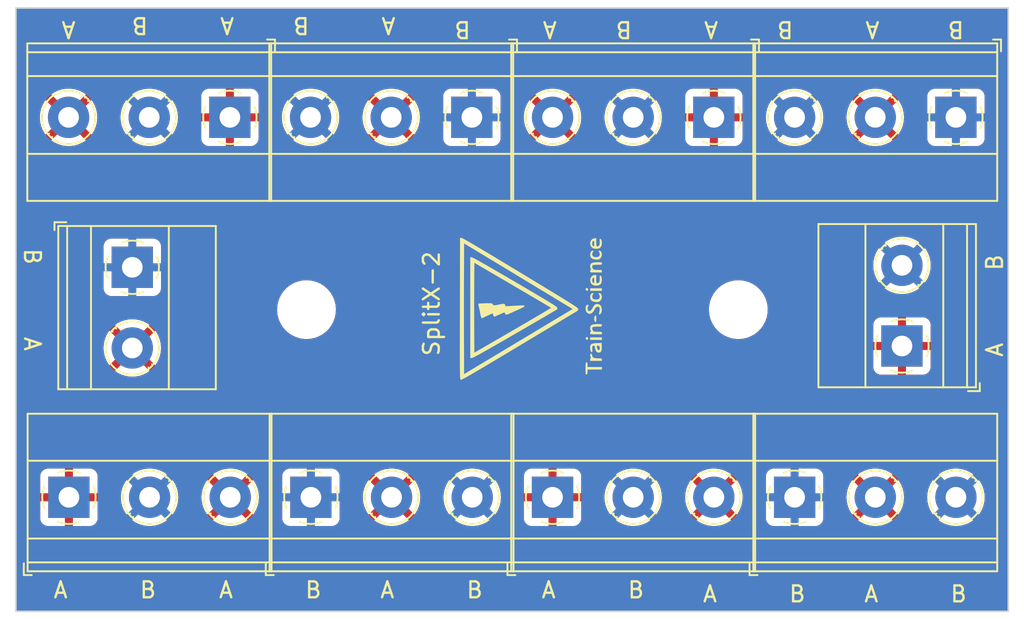
<source format=kicad_pcb>
(kicad_pcb (version 20221018) (generator pcbnew)
  (layers (0 "F.Cu" signal) (31 "B.Cu" signal) (34 "B.Paste" user) (35 "F.Paste" user) (36 "B.SilkS" user "B.Silkscreen") (37 "F.SilkS" user "F.Silkscreen") (38 "B.Mask" user) (39 "F.Mask" user) (44 "Edge.Cuts" user))
  (net 0 "")
  (net 1 "B")
  (net 2 "A")
  (footprint "TerminalBlock_Phoenix:TerminalBlock_Phoenix_MKDS-1,5-3-5.08_1x03_P5.08mm_Horizontal" (layer "F.Cu") (at 220.218 43.891 180)
    (fp_text reference "J5" hide)
    (fp_text value "Screw_Terminal_01x03")
    (fp_line (start -2.84 4.16) (end -2.84 4.9) (stroke (width 0.12)) (layer "F.SilkS"))
    (fp_line (start -2.84 4.9) (end -2.34 4.9) (stroke (width 0.12)) (layer "F.SilkS"))
    (fp_line (start -2.6 -5.261) (end -2.6 4.66) (stroke (width 0.12)) (layer "F.SilkS"))
    (fp_line (start -2.6 -5.261) (end 12.76 -5.261) (stroke (width 0.12)) (layer "F.SilkS"))
    (fp_line (start -2.6 -2.301) (end 12.76 -2.301) (stroke (width 0.12)) (layer "F.SilkS"))
    (fp_line (start -2.6 2.6) (end 12.76 2.6) (stroke (width 0.12)) (layer "F.SilkS"))
    (fp_line (start -2.6 4.1) (end 12.76 4.1) (stroke (width 0.12)) (layer "F.SilkS"))
    (fp_line (start -2.6 4.66) (end 12.76 4.66) (stroke (width 0.12)) (layer "F.SilkS"))
    (fp_line (start 3.853 1.023) (end 3.806 1.069) (stroke (width 0.12)) (layer "F.SilkS"))
    (fp_line (start 4.046 1.239) (end 4.011 1.274) (stroke (width 0.12)) (layer "F.SilkS"))
    (fp_line (start 6.15 -1.275) (end 6.115 -1.239) (stroke (width 0.12)) (layer "F.SilkS"))
    (fp_line (start 6.355 -1.069) (end 6.308 -1.023) (stroke (width 0.12)) (layer "F.SilkS"))
    (fp_line (start 8.933 1.023) (end 8.886 1.069) (stroke (width 0.12)) (layer "F.SilkS"))
    (fp_line (start 9.126 1.239) (end 9.091 1.274) (stroke (width 0.12)) (layer "F.SilkS"))
    (fp_line (start 11.23 -1.275) (end 11.195 -1.239) (stroke (width 0.12)) (layer "F.SilkS"))
    (fp_line (start 11.435 -1.069) (end 11.388 -1.023) (stroke (width 0.12)) (layer "F.SilkS"))
    (fp_line (start 12.76 -5.261) (end 12.76 4.66) (stroke (width 0.12)) (layer "F.SilkS"))
    (fp_arc (start -1.535427 0.683042) (mid -1.680501 -0.000524) (end -1.535 -0.684) (stroke (width 0.12)) (layer "F.SilkS"))
    (fp_arc (start -0.683042 -1.535427) (mid 0.000524 -1.680501) (end 0.684 -1.535) (stroke (width 0.12)) (layer "F.SilkS"))
    (fp_arc (start 0.028805 1.680253) (mid -0.335551 1.646659) (end -0.684 1.535) (stroke (width 0.12)) (layer "F.SilkS"))
    (fp_arc (start 0.683318 1.534756) (mid 0.349292 1.643288) (end 0 1.68) (stroke (width 0.12)) (layer "F.SilkS"))
    (fp_arc (start 1.535427 -0.683042) (mid 1.680501 0.000524) (end 1.535 0.684) (stroke (width 0.12)) (layer "F.SilkS"))
    (fp_circle (center 5.08 0) (end 6.76 0) (stroke (width 0.12)) (fill none) (layer "F.SilkS"))
    (fp_circle (center 10.16 0) (end 11.84 0) (stroke (width 0.12)) (fill none) (layer "F.SilkS"))
    (pad "1" thru_hole rect (at 0 0 180) (size 2.6 2.6) (drill 1.3) (layers "*.Cu" "*.Mask") (net 1 "B"))
    (pad "2" thru_hole circle (at 5.08 0 180) (size 2.6 2.6) (drill 1.3) (layers "*.Cu" "*.Mask") (net 2 "A"))
    (pad "3" thru_hole circle (at 10.16 0 180) (size 2.6 2.6) (drill 1.3) (layers "*.Cu" "*.Mask") (net 1 "B"))
  )
  (footprint "TerminalBlock_Phoenix:TerminalBlock_Phoenix_MKDS-1,5-3-5.08_1x03_P5.08mm_Horizontal" (layer "F.Cu") (at 210.08 67.818)
    (fp_text reference "Je" hide)
    (fp_text value "Screw_Terminal_01x03")
    (fp_line (start -2.84 4.16) (end -2.84 4.9) (stroke (width 0.12)) (layer "F.SilkS"))
    (fp_line (start -2.84 4.9) (end -2.34 4.9) (stroke (width 0.12)) (layer "F.SilkS"))
    (fp_line (start -2.6 -5.261) (end -2.6 4.66) (stroke (width 0.12)) (layer "F.SilkS"))
    (fp_line (start -2.6 -5.261) (end 12.76 -5.261) (stroke (width 0.12)) (layer "F.SilkS"))
    (fp_line (start -2.6 -2.301) (end 12.76 -2.301) (stroke (width 0.12)) (layer "F.SilkS"))
    (fp_line (start -2.6 2.6) (end 12.76 2.6) (stroke (width 0.12)) (layer "F.SilkS"))
    (fp_line (start -2.6 4.1) (end 12.76 4.1) (stroke (width 0.12)) (layer "F.SilkS"))
    (fp_line (start -2.6 4.66) (end 12.76 4.66) (stroke (width 0.12)) (layer "F.SilkS"))
    (fp_line (start 3.853 1.023) (end 3.806 1.069) (stroke (width 0.12)) (layer "F.SilkS"))
    (fp_line (start 4.046 1.239) (end 4.011 1.274) (stroke (width 0.12)) (layer "F.SilkS"))
    (fp_line (start 6.15 -1.275) (end 6.115 -1.239) (stroke (width 0.12)) (layer "F.SilkS"))
    (fp_line (start 6.355 -1.069) (end 6.308 -1.023) (stroke (width 0.12)) (layer "F.SilkS"))
    (fp_line (start 8.933 1.023) (end 8.886 1.069) (stroke (width 0.12)) (layer "F.SilkS"))
    (fp_line (start 9.126 1.239) (end 9.091 1.274) (stroke (width 0.12)) (layer "F.SilkS"))
    (fp_line (start 11.23 -1.275) (end 11.195 -1.239) (stroke (width 0.12)) (layer "F.SilkS"))
    (fp_line (start 11.435 -1.069) (end 11.388 -1.023) (stroke (width 0.12)) (layer "F.SilkS"))
    (fp_line (start 12.76 -5.261) (end 12.76 4.66) (stroke (width 0.12)) (layer "F.SilkS"))
    (fp_arc (start -1.535427 0.683042) (mid -1.680501 -0.000524) (end -1.535 -0.684) (stroke (width 0.12)) (layer "F.SilkS"))
    (fp_arc (start -0.683042 -1.535427) (mid 0.000524 -1.680501) (end 0.684 -1.535) (stroke (width 0.12)) (layer "F.SilkS"))
    (fp_arc (start 0.028805 1.680253) (mid -0.335551 1.646659) (end -0.684 1.535) (stroke (width 0.12)) (layer "F.SilkS"))
    (fp_arc (start 0.683318 1.534756) (mid 0.349292 1.643288) (end 0 1.68) (stroke (width 0.12)) (layer "F.SilkS"))
    (fp_arc (start 1.535427 -0.683042) (mid 1.680501 0.000524) (end 1.535 0.684) (stroke (width 0.12)) (layer "F.SilkS"))
    (fp_circle (center 5.08 0) (end 6.76 0) (stroke (width 0.12)) (fill none) (layer "F.SilkS"))
    (fp_circle (center 10.16 0) (end 11.84 0) (stroke (width 0.12)) (fill none) (layer "F.SilkS"))
    (pad "1" thru_hole rect (at 0 0) (size 2.6 2.6) (drill 1.3) (layers "*.Cu" "*.Mask") (net 1 "B"))
    (pad "2" thru_hole circle (at 5.08 0) (size 2.6 2.6) (drill 1.3) (layers "*.Cu" "*.Mask") (net 2 "A"))
    (pad "3" thru_hole circle (at 10.16 0) (size 2.6 2.6) (drill 1.3) (layers "*.Cu" "*.Mask") (net 1 "B"))
  )
  (footprint "TerminalBlock_Phoenix:TerminalBlock_Phoenix_MKDS-1,5-3-5.08_1x03_P5.08mm_Horizontal" (layer "F.Cu") (at 194.84 67.818)
    (fp_text reference "J4" hide)
    (fp_text value "Screw_Terminal_01x03")
    (fp_line (start -2.84 4.16) (end -2.84 4.9) (stroke (width 0.12)) (layer "F.SilkS"))
    (fp_line (start -2.84 4.9) (end -2.34 4.9) (stroke (width 0.12)) (layer "F.SilkS"))
    (fp_line (start -2.6 -5.261) (end -2.6 4.66) (stroke (width 0.12)) (layer "F.SilkS"))
    (fp_line (start -2.6 -5.261) (end 12.76 -5.261) (stroke (width 0.12)) (layer "F.SilkS"))
    (fp_line (start -2.6 -2.301) (end 12.76 -2.301) (stroke (width 0.12)) (layer "F.SilkS"))
    (fp_line (start -2.6 2.6) (end 12.76 2.6) (stroke (width 0.12)) (layer "F.SilkS"))
    (fp_line (start -2.6 4.1) (end 12.76 4.1) (stroke (width 0.12)) (layer "F.SilkS"))
    (fp_line (start -2.6 4.66) (end 12.76 4.66) (stroke (width 0.12)) (layer "F.SilkS"))
    (fp_line (start 3.853 1.023) (end 3.806 1.069) (stroke (width 0.12)) (layer "F.SilkS"))
    (fp_line (start 4.046 1.239) (end 4.011 1.274) (stroke (width 0.12)) (layer "F.SilkS"))
    (fp_line (start 6.15 -1.275) (end 6.115 -1.239) (stroke (width 0.12)) (layer "F.SilkS"))
    (fp_line (start 6.355 -1.069) (end 6.308 -1.023) (stroke (width 0.12)) (layer "F.SilkS"))
    (fp_line (start 8.933 1.023) (end 8.886 1.069) (stroke (width 0.12)) (layer "F.SilkS"))
    (fp_line (start 9.126 1.239) (end 9.091 1.274) (stroke (width 0.12)) (layer "F.SilkS"))
    (fp_line (start 11.23 -1.275) (end 11.195 -1.239) (stroke (width 0.12)) (layer "F.SilkS"))
    (fp_line (start 11.435 -1.069) (end 11.388 -1.023) (stroke (width 0.12)) (layer "F.SilkS"))
    (fp_line (start 12.76 -5.261) (end 12.76 4.66) (stroke (width 0.12)) (layer "F.SilkS"))
    (fp_arc (start -1.535427 0.683042) (mid -1.680501 -0.000524) (end -1.535 -0.684) (stroke (width 0.12)) (layer "F.SilkS"))
    (fp_arc (start -0.683042 -1.535427) (mid 0.000524 -1.680501) (end 0.684 -1.535) (stroke (width 0.12)) (layer "F.SilkS"))
    (fp_arc (start 0.028805 1.680253) (mid -0.335551 1.646659) (end -0.684 1.535) (stroke (width 0.12)) (layer "F.SilkS"))
    (fp_arc (start 0.683318 1.534756) (mid 0.349292 1.643288) (end 0 1.68) (stroke (width 0.12)) (layer "F.SilkS"))
    (fp_arc (start 1.535427 -0.683042) (mid 1.680501 0.000524) (end 1.535 0.684) (stroke (width 0.12)) (layer "F.SilkS"))
    (fp_circle (center 5.08 0) (end 6.76 0) (stroke (width 0.12)) (fill none) (layer "F.SilkS"))
    (fp_circle (center 10.16 0) (end 11.84 0) (stroke (width 0.12)) (fill none) (layer "F.SilkS"))
    (pad "1" thru_hole rect (at 0 0) (size 2.6 2.6) (drill 1.3) (layers "*.Cu" "*.Mask") (net 2 "A"))
    (pad "2" thru_hole circle (at 5.08 0) (size 2.6 2.6) (drill 1.3) (layers "*.Cu" "*.Mask") (net 1 "B"))
    (pad "3" thru_hole circle (at 10.16 0) (size 2.6 2.6) (drill 1.3) (layers "*.Cu" "*.Mask") (net 2 "A"))
  )
  (footprint "TerminalBlock_Phoenix:TerminalBlock_Phoenix_MKDS-1,5-2-5.08_1x02_P5.08mm_Horizontal" (layer "F.Cu") (at 198.831 53.335 -90)
    (fp_text reference "J1" hide)
    (fp_text value "Screw_Terminal_01x02")
    (fp_line (start -2.84 4.16) (end -2.84 4.9) (stroke (width 0.12)) (layer "F.SilkS"))
    (fp_line (start -2.84 4.9) (end -2.34 4.9) (stroke (width 0.12)) (layer "F.SilkS"))
    (fp_line (start -2.6 -5.261) (end -2.6 4.66) (stroke (width 0.12)) (layer "F.SilkS"))
    (fp_line (start -2.6 -5.261) (end 7.68 -5.261) (stroke (width 0.12)) (layer "F.SilkS"))
    (fp_line (start -2.6 -2.301) (end 7.68 -2.301) (stroke (width 0.12)) (layer "F.SilkS"))
    (fp_line (start -2.6 2.6) (end 7.68 2.6) (stroke (width 0.12)) (layer "F.SilkS"))
    (fp_line (start -2.6 4.1) (end 7.68 4.1) (stroke (width 0.12)) (layer "F.SilkS"))
    (fp_line (start -2.6 4.66) (end 7.68 4.66) (stroke (width 0.12)) (layer "F.SilkS"))
    (fp_line (start 3.853 1.023) (end 3.806 1.069) (stroke (width 0.12)) (layer "F.SilkS"))
    (fp_line (start 4.046 1.239) (end 4.011 1.274) (stroke (width 0.12)) (layer "F.SilkS"))
    (fp_line (start 6.15 -1.275) (end 6.115 -1.239) (stroke (width 0.12)) (layer "F.SilkS"))
    (fp_line (start 6.355 -1.069) (end 6.308 -1.023) (stroke (width 0.12)) (layer "F.SilkS"))
    (fp_line (start 7.68 -5.261) (end 7.68 4.66) (stroke (width 0.12)) (layer "F.SilkS"))
    (fp_arc (start -1.535427 0.683042) (mid -1.680501 -0.000524) (end -1.535 -0.684) (stroke (width 0.12)) (layer "F.SilkS"))
    (fp_arc (start -0.683042 -1.535427) (mid 0.000524 -1.680501) (end 0.684 -1.535) (stroke (width 0.12)) (layer "F.SilkS"))
    (fp_arc (start 0.028805 1.680253) (mid -0.335551 1.646659) (end -0.684 1.535) (stroke (width 0.12)) (layer "F.SilkS"))
    (fp_arc (start 0.683318 1.534756) (mid 0.349292 1.643288) (end 0 1.68) (stroke (width 0.12)) (layer "F.SilkS"))
    (fp_arc (start 1.535427 -0.683042) (mid 1.680501 0.000524) (end 1.535 0.684) (stroke (width 0.12)) (layer "F.SilkS"))
    (fp_circle (center 5.08 0) (end 6.76 0) (stroke (width 0.12)) (fill none) (layer "F.SilkS"))
    (pad "1" thru_hole rect (at 0 0 270) (size 2.6 2.6) (drill 1.3) (layers "*.Cu" "*.Mask") (net 1 "B"))
    (pad "2" thru_hole circle (at 5.08 0 270) (size 2.6 2.6) (drill 1.3) (layers "*.Cu" "*.Mask") (net 2 "A"))
  )
  (footprint "TerminalBlock_Phoenix:TerminalBlock_Phoenix_MKDS-1,5-3-5.08_1x03_P5.08mm_Horizontal" (layer "F.Cu") (at 225.298 67.818)
    (fp_text reference "J8" hide)
    (fp_text value "Screw_Terminal_01x03")
    (fp_line (start -2.84 4.16) (end -2.84 4.9) (stroke (width 0.12)) (layer "F.SilkS"))
    (fp_line (start -2.84 4.9) (end -2.34 4.9) (stroke (width 0.12)) (layer "F.SilkS"))
    (fp_line (start -2.6 -5.261) (end -2.6 4.66) (stroke (width 0.12)) (layer "F.SilkS"))
    (fp_line (start -2.6 -5.261) (end 12.76 -5.261) (stroke (width 0.12)) (layer "F.SilkS"))
    (fp_line (start -2.6 -2.301) (end 12.76 -2.301) (stroke (width 0.12)) (layer "F.SilkS"))
    (fp_line (start -2.6 2.6) (end 12.76 2.6) (stroke (width 0.12)) (layer "F.SilkS"))
    (fp_line (start -2.6 4.1) (end 12.76 4.1) (stroke (width 0.12)) (layer "F.SilkS"))
    (fp_line (start -2.6 4.66) (end 12.76 4.66) (stroke (width 0.12)) (layer "F.SilkS"))
    (fp_line (start 3.853 1.023) (end 3.806 1.069) (stroke (width 0.12)) (layer "F.SilkS"))
    (fp_line (start 4.046 1.239) (end 4.011 1.274) (stroke (width 0.12)) (layer "F.SilkS"))
    (fp_line (start 6.15 -1.275) (end 6.115 -1.239) (stroke (width 0.12)) (layer "F.SilkS"))
    (fp_line (start 6.355 -1.069) (end 6.308 -1.023) (stroke (width 0.12)) (layer "F.SilkS"))
    (fp_line (start 8.933 1.023) (end 8.886 1.069) (stroke (width 0.12)) (layer "F.SilkS"))
    (fp_line (start 9.126 1.239) (end 9.091 1.274) (stroke (width 0.12)) (layer "F.SilkS"))
    (fp_line (start 11.23 -1.275) (end 11.195 -1.239) (stroke (width 0.12)) (layer "F.SilkS"))
    (fp_line (start 11.435 -1.069) (end 11.388 -1.023) (stroke (width 0.12)) (layer "F.SilkS"))
    (fp_line (start 12.76 -5.261) (end 12.76 4.66) (stroke (width 0.12)) (layer "F.SilkS"))
    (fp_arc (start -1.535427 0.683042) (mid -1.680501 -0.000524) (end -1.535 -0.684) (stroke (width 0.12)) (layer "F.SilkS"))
    (fp_arc (start -0.683042 -1.535427) (mid 0.000524 -1.680501) (end 0.684 -1.535) (stroke (width 0.12)) (layer "F.SilkS"))
    (fp_arc (start 0.028805 1.680253) (mid -0.335551 1.646659) (end -0.684 1.535) (stroke (width 0.12)) (layer "F.SilkS"))
    (fp_arc (start 0.683318 1.534756) (mid 0.349292 1.643288) (end 0 1.68) (stroke (width 0.12)) (layer "F.SilkS"))
    (fp_arc (start 1.535427 -0.683042) (mid 1.680501 0.000524) (end 1.535 0.684) (stroke (width 0.12)) (layer "F.SilkS"))
    (fp_circle (center 5.08 0) (end 6.76 0) (stroke (width 0.12)) (fill none) (layer "F.SilkS"))
    (fp_circle (center 10.16 0) (end 11.84 0) (stroke (width 0.12)) (fill none) (layer "F.SilkS"))
    (pad "1" thru_hole rect (at 0 0) (size 2.6 2.6) (drill 1.3) (layers "*.Cu" "*.Mask") (net 2 "A"))
    (pad "2" thru_hole circle (at 5.08 0) (size 2.6 2.6) (drill 1.3) (layers "*.Cu" "*.Mask") (net 1 "B"))
    (pad "3" thru_hole circle (at 10.16 0) (size 2.6 2.6) (drill 1.3) (layers "*.Cu" "*.Mask") (net 2 "A"))
  )
  (footprint "TerminalBlock_Phoenix:TerminalBlock_Phoenix_MKDS-1,5-3-5.08_1x03_P5.08mm_Horizontal" (layer "F.Cu") (at 250.703 43.891 180)
    (fp_text reference "J2" hide)
    (fp_text value "Screw_Terminal_01x03")
    (fp_line (start -2.84 4.16) (end -2.84 4.9) (stroke (width 0.12)) (layer "F.SilkS"))
    (fp_line (start -2.84 4.9) (end -2.34 4.9) (stroke (width 0.12)) (layer "F.SilkS"))
    (fp_line (start -2.6 -5.261) (end -2.6 4.66) (stroke (width 0.12)) (layer "F.SilkS"))
    (fp_line (start -2.6 -5.261) (end 12.76 -5.261) (stroke (width 0.12)) (layer "F.SilkS"))
    (fp_line (start -2.6 -2.301) (end 12.76 -2.301) (stroke (width 0.12)) (layer "F.SilkS"))
    (fp_line (start -2.6 2.6) (end 12.76 2.6) (stroke (width 0.12)) (layer "F.SilkS"))
    (fp_line (start -2.6 4.1) (end 12.76 4.1) (stroke (width 0.12)) (layer "F.SilkS"))
    (fp_line (start -2.6 4.66) (end 12.76 4.66) (stroke (width 0.12)) (layer "F.SilkS"))
    (fp_line (start 3.853 1.023) (end 3.806 1.069) (stroke (width 0.12)) (layer "F.SilkS"))
    (fp_line (start 4.046 1.239) (end 4.011 1.274) (stroke (width 0.12)) (layer "F.SilkS"))
    (fp_line (start 6.15 -1.275) (end 6.115 -1.239) (stroke (width 0.12)) (layer "F.SilkS"))
    (fp_line (start 6.355 -1.069) (end 6.308 -1.023) (stroke (width 0.12)) (layer "F.SilkS"))
    (fp_line (start 8.933 1.023) (end 8.886 1.069) (stroke (width 0.12)) (layer "F.SilkS"))
    (fp_line (start 9.126 1.239) (end 9.091 1.274) (stroke (width 0.12)) (layer "F.SilkS"))
    (fp_line (start 11.23 -1.275) (end 11.195 -1.239) (stroke (width 0.12)) (layer "F.SilkS"))
    (fp_line (start 11.435 -1.069) (end 11.388 -1.023) (stroke (width 0.12)) (layer "F.SilkS"))
    (fp_line (start 12.76 -5.261) (end 12.76 4.66) (stroke (width 0.12)) (layer "F.SilkS"))
    (fp_arc (start -1.535427 0.683042) (mid -1.680501 -0.000524) (end -1.535 -0.684) (stroke (width 0.12)) (layer "F.SilkS"))
    (fp_arc (start -0.683042 -1.535427) (mid 0.000524 -1.680501) (end 0.684 -1.535) (stroke (width 0.12)) (layer "F.SilkS"))
    (fp_arc (start 0.028805 1.680253) (mid -0.335551 1.646659) (end -0.684 1.535) (stroke (width 0.12)) (layer "F.SilkS"))
    (fp_arc (start 0.683318 1.534756) (mid 0.349292 1.643288) (end 0 1.68) (stroke (width 0.12)) (layer "F.SilkS"))
    (fp_arc (start 1.535427 -0.683042) (mid 1.680501 0.000524) (end 1.535 0.684) (stroke (width 0.12)) (layer "F.SilkS"))
    (fp_circle (center 5.08 0) (end 6.76 0) (stroke (width 0.12)) (fill none) (layer "F.SilkS"))
    (fp_circle (center 10.16 0) (end 11.84 0) (stroke (width 0.12)) (fill none) (layer "F.SilkS"))
    (pad "1" thru_hole rect (at 0 0 180) (size 2.6 2.6) (drill 1.3) (layers "*.Cu" "*.Mask") (net 1 "B"))
    (pad "2" thru_hole circle (at 5.08 0 180) (size 2.6 2.6) (drill 1.3) (layers "*.Cu" "*.Mask") (net 2 "A"))
    (pad "3" thru_hole circle (at 10.16 0 180) (size 2.6 2.6) (drill 1.3) (layers "*.Cu" "*.Mask") (net 1 "B"))
  )
  (footprint "MountingHole:MountingHole_3.2mm_M3" (layer "F.Cu") (at 209.804 56)
    (fp_text reference "REF**" hide)
    (fp_text value "MountingHole_3.2mm_M3")
    (pad "" np_thru_hole circle (at 0 0) (size 3.2 3.2) (drill 3.2) (layers "*.Cu" "*.Mask"))
  )
  (footprint "MountingHole:MountingHole_3.2mm_M3" (layer "F.Cu") (at 237 56)
    (fp_text reference "REF**" hide)
    (fp_text value "MountingHole_3.2mm_M3")
    (pad "" np_thru_hole circle (at 0 0) (size 3.2 3.2) (drill 3.2) (layers "*.Cu" "*.Mask"))
  )
  (footprint "TerminalBlock_Phoenix:TerminalBlock_Phoenix_MKDS-1,5-3-5.08_1x03_P5.08mm_Horizontal" (layer "F.Cu") (at 204.978 43.891 180)
    (fp_text reference "J7" hide)
    (fp_text value "Screw_Terminal_01x03")
    (fp_line (start -2.84 4.16) (end -2.84 4.9) (stroke (width 0.12)) (layer "F.SilkS"))
    (fp_line (start -2.84 4.9) (end -2.34 4.9) (stroke (width 0.12)) (layer "F.SilkS"))
    (fp_line (start -2.6 -5.261) (end -2.6 4.66) (stroke (width 0.12)) (layer "F.SilkS"))
    (fp_line (start -2.6 -5.261) (end 12.76 -5.261) (stroke (width 0.12)) (layer "F.SilkS"))
    (fp_line (start -2.6 -2.301) (end 12.76 -2.301) (stroke (width 0.12)) (layer "F.SilkS"))
    (fp_line (start -2.6 2.6) (end 12.76 2.6) (stroke (width 0.12)) (layer "F.SilkS"))
    (fp_line (start -2.6 4.1) (end 12.76 4.1) (stroke (width 0.12)) (layer "F.SilkS"))
    (fp_line (start -2.6 4.66) (end 12.76 4.66) (stroke (width 0.12)) (layer "F.SilkS"))
    (fp_line (start 3.853 1.023) (end 3.806 1.069) (stroke (width 0.12)) (layer "F.SilkS"))
    (fp_line (start 4.046 1.239) (end 4.011 1.274) (stroke (width 0.12)) (layer "F.SilkS"))
    (fp_line (start 6.15 -1.275) (end 6.115 -1.239) (stroke (width 0.12)) (layer "F.SilkS"))
    (fp_line (start 6.355 -1.069) (end 6.308 -1.023) (stroke (width 0.12)) (layer "F.SilkS"))
    (fp_line (start 8.933 1.023) (end 8.886 1.069) (stroke (width 0.12)) (layer "F.SilkS"))
    (fp_line (start 9.126 1.239) (end 9.091 1.274) (stroke (width 0.12)) (layer "F.SilkS"))
    (fp_line (start 11.23 -1.275) (end 11.195 -1.239) (stroke (width 0.12)) (layer "F.SilkS"))
    (fp_line (start 11.435 -1.069) (end 11.388 -1.023) (stroke (width 0.12)) (layer "F.SilkS"))
    (fp_line (start 12.76 -5.261) (end 12.76 4.66) (stroke (width 0.12)) (layer "F.SilkS"))
    (fp_arc (start -1.535427 0.683042) (mid -1.680501 -0.000524) (end -1.535 -0.684) (stroke (width 0.12)) (layer "F.SilkS"))
    (fp_arc (start -0.683042 -1.535427) (mid 0.000524 -1.680501) (end 0.684 -1.535) (stroke (width 0.12)) (layer "F.SilkS"))
    (fp_arc (start 0.028805 1.680253) (mid -0.335551 1.646659) (end -0.684 1.535) (stroke (width 0.12)) (layer "F.SilkS"))
    (fp_arc (start 0.683318 1.534756) (mid 0.349292 1.643288) (end 0 1.68) (stroke (width 0.12)) (layer "F.SilkS"))
    (fp_arc (start 1.535427 -0.683042) (mid 1.680501 0.000524) (end 1.535 0.684) (stroke (width 0.12)) (layer "F.SilkS"))
    (fp_circle (center 5.08 0) (end 6.76 0) (stroke (width 0.12)) (fill none) (layer "F.SilkS"))
    (fp_circle (center 10.16 0) (end 11.84 0) (stroke (width 0.12)) (fill none) (layer "F.SilkS"))
    (pad "1" thru_hole rect (at 0 0 180) (size 2.6 2.6) (drill 1.3) (layers "*.Cu" "*.Mask") (net 2 "A"))
    (pad "2" thru_hole circle (at 5.08 0 180) (size 2.6 2.6) (drill 1.3) (layers "*.Cu" "*.Mask") (net 1 "B"))
    (pad "3" thru_hole circle (at 10.16 0 180) (size 2.6 2.6) (drill 1.3) (layers "*.Cu" "*.Mask") (net 2 "A"))
  )
  (footprint "TerminalBlock_Phoenix:TerminalBlock_Phoenix_MKDS-1,5-3-5.08_1x03_P5.08mm_Horizontal" (layer "F.Cu") (at 240.544 67.818)
    (fp_text reference "J9" hide)
    (fp_text value "Screw_Terminal_01x03")
    (fp_line (start -2.84 4.16) (end -2.84 4.9) (stroke (width 0.12)) (layer "F.SilkS"))
    (fp_line (start -2.84 4.9) (end -2.34 4.9) (stroke (width 0.12)) (layer "F.SilkS"))
    (fp_line (start -2.6 -5.261) (end -2.6 4.66) (stroke (width 0.12)) (layer "F.SilkS"))
    (fp_line (start -2.6 -5.261) (end 12.76 -5.261) (stroke (width 0.12)) (layer "F.SilkS"))
    (fp_line (start -2.6 -2.301) (end 12.76 -2.301) (stroke (width 0.12)) (layer "F.SilkS"))
    (fp_line (start -2.6 2.6) (end 12.76 2.6) (stroke (width 0.12)) (layer "F.SilkS"))
    (fp_line (start -2.6 4.1) (end 12.76 4.1) (stroke (width 0.12)) (layer "F.SilkS"))
    (fp_line (start -2.6 4.66) (end 12.76 4.66) (stroke (width 0.12)) (layer "F.SilkS"))
    (fp_line (start 3.853 1.023) (end 3.806 1.069) (stroke (width 0.12)) (layer "F.SilkS"))
    (fp_line (start 4.046 1.239) (end 4.011 1.274) (stroke (width 0.12)) (layer "F.SilkS"))
    (fp_line (start 6.15 -1.275) (end 6.115 -1.239) (stroke (width 0.12)) (layer "F.SilkS"))
    (fp_line (start 6.355 -1.069) (end 6.308 -1.023) (stroke (width 0.12)) (layer "F.SilkS"))
    (fp_line (start 8.933 1.023) (end 8.886 1.069) (stroke (width 0.12)) (layer "F.SilkS"))
    (fp_line (start 9.126 1.239) (end 9.091 1.274) (stroke (width 0.12)) (layer "F.SilkS"))
    (fp_line (start 11.23 -1.275) (end 11.195 -1.239) (stroke (width 0.12)) (layer "F.SilkS"))
    (fp_line (start 11.435 -1.069) (end 11.388 -1.023) (stroke (width 0.12)) (layer "F.SilkS"))
    (fp_line (start 12.76 -5.261) (end 12.76 4.66) (stroke (width 0.12)) (layer "F.SilkS"))
    (fp_arc (start -1.535427 0.683042) (mid -1.680501 -0.000524) (end -1.535 -0.684) (stroke (width 0.12)) (layer "F.SilkS"))
    (fp_arc (start -0.683042 -1.535427) (mid 0.000524 -1.680501) (end 0.684 -1.535) (stroke (width 0.12)) (layer "F.SilkS"))
    (fp_arc (start 0.028805 1.680253) (mid -0.335551 1.646659) (end -0.684 1.535) (stroke (width 0.12)) (layer "F.SilkS"))
    (fp_arc (start 0.683318 1.534756) (mid 0.349292 1.643288) (end 0 1.68) (stroke (width 0.12)) (layer "F.SilkS"))
    (fp_arc (start 1.535427 -0.683042) (mid 1.680501 0.000524) (end 1.535 0.684) (stroke (width 0.12)) (layer "F.SilkS"))
    (fp_circle (center 5.08 0) (end 6.76 0) (stroke (width 0.12)) (fill none) (layer "F.SilkS"))
    (fp_circle (center 10.16 0) (end 11.84 0) (stroke (width 0.12)) (fill none) (layer "F.SilkS"))
    (pad "1" thru_hole rect (at 0 0) (size 2.6 2.6) (drill 1.3) (layers "*.Cu" "*.Mask") (net 1 "B"))
    (pad "2" thru_hole circle (at 5.08 0) (size 2.6 2.6) (drill 1.3) (layers "*.Cu" "*.Mask") (net 2 "A"))
    (pad "3" thru_hole circle (at 10.16 0) (size 2.6 2.6) (drill 1.3) (layers "*.Cu" "*.Mask") (net 1 "B"))
  )
  (footprint "custom_kicad_lib_sk:Train-Science logo small" (layer "F.Cu") (at 224.028 55.88 90)
    (fp_text reference "G***" hide)
    (fp_text value "LOGO" hide)
    (fp_poly (pts (xy -1.867174 4.3782) (xy -2.028137 4.3782) (xy -2.028137 3.637769) (xy -1.867174 3.637769)) (fill solid) (layer "F.SilkS"))
    (fp_poly (pts (xy 1.223321 4.3782) (xy 1.062357 4.3782) (xy 1.062357 3.637769) (xy 1.223321 3.637769)) (fill solid) (layer "F.SilkS"))
    (fp_poly (pts (xy -1.879051 3.365565) (xy -1.85507 3.397528) (xy -1.848957 3.467248) (xy -1.897497 3.5033) (xy -1.951794 3.508999) (xy -2.01104 3.497959) (xy -2.024208 3.453786) (xy -2.022328 3.436565) (xy -1.991057 3.378361) (xy -1.934811 3.352714)) (fill solid) (layer "F.SilkS"))
    (fp_poly (pts (xy 1.211443 3.365565) (xy 1.235424 3.397528) (xy 1.241537 3.467248) (xy 1.192998 3.5033) (xy 1.1387 3.508999) (xy 1.079454 3.497959) (xy 1.066286 3.453786) (xy 1.068167 3.436565) (xy 1.099438 3.378361) (xy 1.155683 3.352714)) (fill solid) (layer "F.SilkS"))
    (fp_poly (pts (xy -0.612737 3.9006) (xy -0.533283 3.922266) (xy -0.490713 3.961014) (xy -0.488845 3.967744) (xy -0.490951 3.998166) (xy -0.520453 4.01526) (xy -0.590351 4.022672) (xy -0.689781 4.024081) (xy -0.808268 4.020841) (xy -0.874379 4.009353) (xy -0.899883 3.986965) (xy -0.901394 3.976406) (xy -0.873403 3.933919) (xy -0.802697 3.906845) (xy -0.709175 3.895599)) (fill solid) (layer "F.SilkS"))
    (fp_poly (pts (xy -3.669632 3.34866) (xy -3.559722 3.351709) (xy -3.492918 3.358945) (xy -3.458582 3.372129) (xy -3.446076 3.393024) (xy -3.444613 3.412421) (xy -3.454092 3.452657) (xy -3.493451 3.471683) (xy -3.579073 3.476782) (xy -3.58948 3.476806) (xy -3.734347 3.476806) (xy -3.734347 4.3782) (xy -3.89531 4.3782) (xy -3.89531 3.480334) (xy -4.047936 3.470522) (xy -4.148526 3.457408) (xy -4.198923 3.431105) (xy -4.21126 3.404373) (xy -4.210399 3.380588) (xy -4.190335 3.364589) (xy -4.140901 3.354863) (xy -4.051928 3.349892) (xy -3.91325 3.348161) (xy -3.833286 3.348036)) (fill solid) (layer "F.SilkS"))
    (fp_poly (pts (xy -3.20706 3.649174) (xy -3.187072 3.671095) (xy -3.167366 3.687977) (xy -3.124803 3.671095) (xy -3.032476 3.639196) (xy -2.952967 3.641074) (xy -2.904379 3.674259) (xy -2.897338 3.702155) (xy -2.912873 3.749633) (xy -2.970283 3.766013) (xy -2.992091 3.76654) (xy -3.08017 3.784752) (xy -3.139695 3.843818) (xy -3.1741 3.950385) (xy -3.18682 4.1111) (xy -3.187072 4.143919) (xy -3.188151 4.264488) (xy -3.194538 4.33444) (xy -3.210963 4.367539) (xy -3.242154 4.377549) (xy -3.267554 4.3782) (xy -3.348035 4.3782) (xy -3.348035 3.637769) (xy -3.267554 3.637769)) (fill solid) (layer "F.SilkS"))
    (fp_poly (pts (xy 3.456146 3.654371) (xy 3.543105 3.697368) (xy 3.592791 3.756548) (xy 3.594178 3.814197) (xy 3.572895 3.852981) (xy 3.542199 3.843557) (xy 3.513841 3.819211) (xy 3.424501 3.7745) (xy 3.322943 3.773442) (xy 3.238538 3.81626) (xy 3.237661 3.817129) (xy 3.201357 3.890078) (xy 3.187495 3.994878) (xy 3.196074 4.103032) (xy 3.227095 4.186043) (xy 3.237661 4.198841) (xy 3.321639 4.242246) (xy 3.423161 4.241772) (xy 3.512857 4.197642) (xy 3.513841 4.196759) (xy 3.559116 4.162129) (xy 3.582547 4.174932) (xy 3.594178 4.201773) (xy 3.589623 4.267108) (xy 3.534669 4.324764) (xy 3.443265 4.364981) (xy 3.341993 4.3782) (xy 3.23693 4.364144) (xy 3.150524 4.312169) (xy 3.116435 4.280323) (xy 3.06227 4.220957) (xy 3.03476 4.166703) (xy 3.027277 4.094215) (xy 3.032787 3.985733) (xy 3.063239 3.823108) (xy 3.128926 3.713042) (xy 3.232557 3.652527) (xy 3.346264 3.637769)) (fill solid) (layer "F.SilkS"))
    (fp_poly (pts (xy 0.784156 3.654371) (xy 0.871115 3.697368) (xy 0.920801 3.756548) (xy 0.922188 3.814197) (xy 0.900905 3.852981) (xy 0.870209 3.843557) (xy 0.841851 3.819211) (xy 0.752511 3.7745) (xy 0.650954 3.773442) (xy 0.566548 3.81626) (xy 0.565671 3.817129) (xy 0.529974 3.888454) (xy 0.515171 3.998249) (xy 0.515082 4.007985) (xy 0.527932 4.119813) (xy 0.562192 4.195116) (xy 0.565671 4.198841) (xy 0.649649 4.242246) (xy 0.751171 4.241772) (xy 0.840868 4.197642) (xy 0.841851 4.196759) (xy 0.887126 4.162129) (xy 0.910558 4.174932) (xy 0.922188 4.201773) (xy 0.917633 4.267108) (xy 0.862679 4.324764) (xy 0.771275 4.364981) (xy 0.670003 4.3782) (xy 0.56494 4.364144) (xy 0.478534 4.312169) (xy 0.444446 4.280323) (xy 0.39028 4.220957) (xy 0.36277 4.166703) (xy 0.355287 4.094215) (xy 0.360798 3.985733) (xy 0.391249 3.823108) (xy 0.456936 3.713042) (xy 0.560567 3.652527) (xy 0.674274 3.637769)) (fill solid) (layer "F.SilkS"))
    (fp_poly (pts (xy -2.40532 3.645768) (xy -2.326525 3.67613) (xy -2.275297 3.738404) (xy -2.245189 3.842138) (xy -2.22975 3.996881) (xy -2.226439 4.069661) (xy -2.215488 4.366149) (xy -2.45432 4.371021) (xy -2.611055 4.367821) (xy -2.715337 4.349617) (xy -2.763052 4.326932) (xy -2.817997 4.253657) (xy -2.8318 4.157537) (xy -2.826579 4.141434) (xy -2.663371 4.141434) (xy -2.661178 4.198977) (xy -2.617211 4.235887) (xy -2.541587 4.248708) (xy -2.462907 4.236034) (xy -2.420887 4.210799) (xy -2.387663 4.147033) (xy -2.382256 4.110009) (xy -2.391113 4.070273) (xy -2.429399 4.05887) (xy -2.5002 4.066989) (xy -2.611613 4.096669) (xy -2.663371 4.141434) (xy -2.826579 4.141434) (xy -2.80241 4.066887) (xy -2.783578 4.04369) (xy -2.714915 4.000608) (xy -2.611053 3.960717) (xy -2.500848 3.933723) (xy -2.438593 3.927683) (xy -2.39073 3.905832) (xy -2.389171 3.848663) (xy -2.411779 3.801951) (xy -2.44845 3.775964) (xy -2.522247 3.768689) (xy -2.620538 3.77548) (xy -2.726931 3.782973) (xy -2.782746 3.776184) (xy -2.800575 3.753278) (xy -2.80076 3.74925) (xy -2.770723 3.693209) (xy -2.685633 3.655257) (xy -2.553023 3.638364) (xy -2.518132 3.637769)) (fill solid) (layer "F.SilkS"))
    (fp_poly (pts (xy 0.08045 3.363771) (xy 0.163476 3.40824) (xy 0.193154 3.477335) (xy 0.193156 3.477939) (xy 0.170182 3.528914) (xy 0.121334 3.539789) (xy 0.080482 3.508999) (xy 0.032611 3.483439) (xy -0.047363 3.477888) (xy -0.130866 3.490818) (xy -0.189325 3.520703) (xy -0.191874 3.52355) (xy -0.21804 3.596183) (xy -0.180966 3.673245) (xy -0.081544 3.753443) (xy -0.004028 3.796699) (xy 0.136108 3.882305) (xy 0.216714 3.971193) (xy 0.24249 4.071135) (xy 0.223825 4.173564) (xy 0.164082 4.275535) (xy 0.095495 4.330471) (xy -0.018443 4.366535) (xy -0.150995 4.376193) (xy -0.274362 4.359597) (xy -0.346956 4.328086) (xy -0.40363 4.272052) (xy -0.419312 4.22251) (xy -0.394108 4.195068) (xy -0.346071 4.199064) (xy -0.197064 4.233359) (xy -0.075009 4.242002) (xy 0.005829 4.224264) (xy 0.015788 4.217493) (xy 0.061853 4.14537) (xy 0.055341 4.062595) (xy 0.002818 3.983964) (xy -0.089151 3.924271) (xy -0.119083 3.913566) (xy -0.188092 3.877866) (xy -0.269912 3.816568) (xy -0.288095 3.800264) (xy -0.365715 3.694707) (xy -0.385703 3.587357) (xy -0.353625 3.488715) (xy -0.27505 3.409279) (xy -0.155545 3.359551) (xy -0.048289 3.348036)) (fill solid) (layer "F.SilkS"))
    (fp_poly (pts (xy -1.179743 3.652213) (xy -1.106639 3.700519) (xy -1.060135 3.79015) (xy -1.036075 3.928568) (xy -1.030165 4.092808) (xy -1.03083 4.228722) (xy -1.035174 4.312734) (xy -1.046716 4.357328) (xy -1.068976 4.374987) (xy -1.105476 4.378194) (xy -1.110646 4.3782) (xy -1.150723 4.375415) (xy -1.174641 4.358257) (xy -1.186568 4.313522) (xy -1.190674 4.228007) (xy -1.191128 4.123292) (xy -1.193501 3.995739) (xy -1.199781 3.889366) (xy -1.208712 3.82384) (xy -1.210669 3.817462) (xy -1.256725 3.775444) (xy -1.33462 3.771399) (xy -1.424149 3.805399) (xy -1.441506 3.816654) (xy -1.477783 3.84892) (xy -1.499291 3.893461) (xy -1.50977 3.966262) (xy -1.512958 4.083304) (xy -1.513054 4.122485) (xy -1.513927 4.249664) (xy -1.519311 4.325642) (xy -1.533355 4.363601) (xy -1.560209 4.376724) (xy -1.593536 4.3782) (xy -1.674018 4.3782) (xy -1.674018 4.007985) (xy -1.67363 3.849262) (xy -1.670933 3.743962) (xy -1.663621 3.681124) (xy -1.649392 3.649787) (xy -1.625943 3.638988) (xy -1.596219 3.637769) (xy -1.53075 3.652507) (xy -1.503665 3.67801) (xy -1.482168 3.702107) (xy -1.446255 3.67801) (xy -1.387205 3.651219) (xy -1.298048 3.63805) (xy -1.283604 3.637769)) (fill solid) (layer "F.SilkS"))
    (fp_poly (pts (xy 1.874086 3.665419) (xy 1.97554 3.737669) (xy 2.042702 3.838471) (xy 2.06033 3.925027) (xy 2.06033 4.024081) (xy 1.802788 4.024081) (xy 1.674253 4.025517) (xy 1.597198 4.031892) (xy 1.558746 4.046313) (xy 1.54602 4.071882) (xy 1.545247 4.086167) (xy 1.568914 4.17496) (xy 1.641552 4.227168) (xy 1.76562 4.244072) (xy 1.841189 4.240295) (xy 1.949653 4.233706) (xy 2.007504 4.2403) (xy 2.027535 4.262067) (xy 2.028137 4.269376) (xy 1.999657 4.321331) (xy 1.925454 4.357024) (xy 1.822384 4.375338) (xy 1.707304 4.375154) (xy 1.597069 4.355354) (xy 1.508536 4.31482) (xy 1.495586 4.304705) (xy 1.430456 4.223779) (xy 1.397139 4.110586) (xy 1.393087 4.07989) (xy 1.397067 3.908) (xy 1.412373 3.869557) (xy 1.545247 3.869557) (xy 1.574363 3.883662) (xy 1.649466 3.893017) (xy 1.722307 3.895311) (xy 1.819283 3.891076) (xy 1.883595 3.880152) (xy 1.899366 3.869557) (xy 1.87055 3.814477) (xy 1.797044 3.776712) (xy 1.722307 3.76654) (xy 1.627639 3.783306) (xy 1.562731 3.826073) (xy 1.545247 3.869557) (xy 1.412373 3.869557) (xy 1.449928 3.775233) (xy 1.548716 3.685192) (xy 1.690478 3.641482) (xy 1.755377 3.637769)) (fill solid) (layer "F.SilkS"))
    (fp_poly (pts (xy 2.715567 3.652213) (xy 2.788671 3.700519) (xy 2.835175 3.79015) (xy 2.859236 3.928568) (xy 2.865146 4.092808) (xy 2.86448 4.228722) (xy 2.860137 4.312734) (xy 2.848595 4.357328) (xy 2.826334 4.374987) (xy 2.789834 4.378194) (xy 2.784664 4.3782) (xy 2.744587 4.375415) (xy 2.72067 4.358257) (xy 2.708742 4.313522) (xy 2.704637 4.228007) (xy 2.704183 4.123292) (xy 2.70181 3.995739) (xy 2.69553 3.889366) (xy 2.686599 3.82384) (xy 2.684642 3.817462) (xy 2.638586 3.775444) (xy 2.56069 3.771399) (xy 2.471162 3.805399) (xy 2.453804 3.816654) (xy 2.417528 3.84892) (xy 2.396019 3.893461) (xy 2.385541 3.966262) (xy 2.382352 4.083304) (xy 2.382256 4.122485) (xy 2.381383 4.249664) (xy 2.375999 4.325642) (xy 2.361955 4.363601) (xy 2.335101 4.376724) (xy 2.301774 4.3782) (xy 2.221293 4.3782) (xy 2.221293 4.007985) (xy 2.22168 3.849262) (xy 2.224378 3.743962) (xy 2.231689 3.681124) (xy 2.245918 3.649787) (xy 2.269368 3.638988) (xy 2.299092 3.637769) (xy 2.364561 3.652507) (xy 2.391646 3.67801) (xy 2.413142 3.702107) (xy 2.449056 3.67801) (xy 2.508105 3.651219) (xy 2.597263 3.63805) (xy 2.611707 3.637769)) (fill solid) (layer "F.SilkS"))
    (fp_poly (pts (xy 4.191957 3.665419) (xy 4.293411 3.737669) (xy 4.360573 3.838471) (xy 4.3782 3.925027) (xy 4.3782 4.024081) (xy 4.120659 4.024081) (xy 3.992123 4.025517) (xy 3.915069 4.031892) (xy 3.876617 4.046313) (xy 3.86389 4.071882) (xy 3.863118 4.086167) (xy 3.886785 4.17496) (xy 3.959423 4.227168) (xy 4.083491 4.244072) (xy 4.15906 4.240295) (xy 4.267524 4.233706) (xy 4.325375 4.2403) (xy 4.345405 4.262067) (xy 4.346008 4.269376) (xy 4.317527 4.321331) (xy 4.243324 4.357024) (xy 4.140255 4.375338) (xy 4.025174 4.375154) (xy 3.91494 4.355354) (xy 3.826407 4.31482) (xy 3.813457 4.304705) (xy 3.748327 4.223779) (xy 3.71501 4.110586) (xy 3.710957 4.07989) (xy 3.714938 3.908) (xy 3.730244 3.869557) (xy 3.863118 3.869557) (xy 3.892233 3.883662) (xy 3.967337 3.893017) (xy 4.040178 3.895311) (xy 4.137154 3.891076) (xy 4.201466 3.880152) (xy 4.217237 3.869557) (xy 4.188421 3.814477) (xy 4.114915 3.776712) (xy 4.040178 3.76654) (xy 3.945509 3.783306) (xy 3.880602 3.826073) (xy 3.863118 3.869557) (xy 3.730244 3.869557) (xy 3.767799 3.775233) (xy 3.866587 3.685192) (xy 4.008349 3.641482) (xy 4.073248 3.637769)) (fill solid) (layer "F.SilkS"))
    (fp_poly (pts (xy 0.250482 -3.398018) (xy 0.258312 -3.360431) (xy 0.266207 -3.271171) (xy 0.273323 -3.142944) (xy 0.278815 -2.988455) (xy 0.279494 -2.961822) (xy 0.283147 -2.79102) (xy 0.28333 -2.672993) (xy 0.27842 -2.596159) (xy 0.266793 -2.548934) (xy 0.246824 -2.519735) (xy 0.216889 -2.496979) (xy 0.214047 -2.495112) (xy 0.177374 -2.463714) (xy 0.157846 -2.420729) (xy 0.155167 -2.353836) (xy 0.169042 -2.250716) (xy 0.199173 -2.099046) (xy 0.20399 -2.076426) (xy 0.234196 -1.927607) (xy 0.248081 -1.829473) (xy 0.244797 -1.770209) (xy 0.223496 -1.738003) (xy 0.183328 -1.721039) (xy 0.178383 -1.719762) (xy 0.093995 -1.698582) (xy 0.113104 -1.340229) (xy 0.122361 -1.168329) (xy 0.13182 -0.9955) (xy 0.140114 -0.846597) (xy 0.144094 -0.776804) (xy 0.147732 -0.616402) (xy 0.136399 -0.518612) (xy 0.110043 -0.48341) (xy 0.068612 -0.510774) (xy 0.012053 -0.600683) (xy -0.036281 -0.70019) (xy -0.094889 -0.829583) (xy -0.151819 -0.955614) (xy -0.192615 -1.046261) (xy -0.235959 -1.142058) (xy -0.293724 -1.268625) (xy -0.352412 -1.396402) (xy -0.410483 -1.535855) (xy -0.432862 -1.630868) (xy -0.419591 -1.690556) (xy -0.370712 -1.724039) (xy -0.353957 -1.729118) (xy -0.302087 -1.746117) (xy -0.289734 -1.754248) (xy -0.301976 -1.787815) (xy -0.333966 -1.863803) (xy -0.378601 -1.966115) (xy -0.428778 -2.078653) (xy -0.477393 -2.185319) (xy -0.517132 -2.269582) (xy -0.553917 -2.350924) (xy -0.561542 -2.396199) (xy -0.540994 -2.426228) (xy -0.525165 -2.438593) (xy -0.452176 -2.472508) (xy -0.412351 -2.478834) (xy -0.36338 -2.484926) (xy -0.354119 -2.492061) (xy -0.366789 -2.526986) (xy -0.400137 -2.60474) (xy -0.447168 -2.710013) (xy -0.500888 -2.827498) (xy -0.554304 -2.941887) (xy -0.600421 -3.037873) (xy -0.630486 -3.096942) (xy -0.659596 -3.160107) (xy -0.65177 -3.193594) (xy -0.620583 -3.213855) (xy -0.53333 -3.246777) (xy -0.395236 -3.27925) (xy -0.273637 -3.301207) (xy -0.190498 -3.31751) (xy -0.07335 -3.34338) (xy 0.027233 -3.367139) (xy 0.134416 -3.389945) (xy 0.215087 -3.40089)) (fill solid) (layer "F.SilkS"))
    (fp_poly (pts (xy 3.179239 -3.830925) (xy 3.169077 -3.796052) (xy 3.134748 -3.721875) (xy 3.075339 -3.60678) (xy 2.989941 -3.449155) (xy 2.877641 -3.24739) (xy 2.737526 -2.999872) (xy 2.568687 -2.704989) (xy 2.370211 -2.361128) (xy 2.141187 -1.966679) (xy 1.880703 -1.52003) (xy 1.631778 -1.09455) (xy 1.368647 -0.645596) (xy 1.135907 -0.249143) (xy 0.93161 0.097982) (xy 0.753807 0.398953) (xy 0.60055 0.656942) (xy 0.469891 0.875124) (xy 0.359881 1.05667) (xy 0.268572 1.204755) (xy 0.194014 1.322552) (xy 0.134261 1.413233) (xy 0.087362 1.479973) (xy 0.051371 1.525943) (xy 0.024337 1.554318) (xy 0.004314 1.568271) (xy -0.004969 1.571019) (xy -0.078828 1.563333) (xy -0.118283 1.538827) (xy -0.138767 1.505458) (xy -0.189191 1.420294) (xy -0.267262 1.287274) (xy -0.370688 1.110339) (xy -0.497173 0.893428) (xy -0.644426 0.640482) (xy -0.810153 0.355441) (xy -0.99206 0.042244) (xy -1.187855 -0.295169) (xy -1.395243 -0.652857) (xy -1.611932 -1.02688) (xy -1.660439 -1.110646) (xy -1.943382 -1.600038) (xy -2.194371 -2.035755) (xy -2.414343 -2.419476) (xy -2.604234 -2.752877) (xy -2.764981 -3.037634) (xy -2.89752 -3.275425) (xy -3.002787 -3.467927) (xy -3.081719 -3.616816) (xy -3.100264 -3.653866) (xy -2.831057 -3.653866) (xy -1.427803 -1.229825) (xy -1.217976 -0.867944) (xy -1.017222 -0.522838) (xy -0.827885 -0.198474) (xy -0.652308 0.101185) (xy -0.492836 0.372174) (xy -0.351814 0.61053) (xy -0.231586 0.812287) (xy -0.134496 0.973481) (xy -0.062889 1.090149) (xy -0.019109 1.158326) (xy -0.005551 1.175218) (xy 0.013203 1.145197) (xy 0.062076 1.063637) (xy 0.138687 0.934577) (xy 0.240658 0.762061) (xy 0.365609 0.55013) (xy 0.511161 0.302826) (xy 0.674935 0.02419) (xy 0.854552 -0.281735) (xy 1.047632 -0.610908) (xy 1.251797 -0.959287) (xy 1.421346 -1.248823) (xy 2.829247 -3.653866) (xy 1.414623 -3.662249) (xy 1.04211 -3.663984) (xy 0.624153 -3.665121) (xy 0.179691 -3.665659) (xy -0.272337 -3.665598) (xy -0.712992 -3.664938) (xy -1.123334 -3.663678) (xy -1.415529 -3.662249) (xy -2.831057 -3.653866) (xy -3.100264 -3.653866) (xy -3.135253 -3.723769) (xy -3.164325 -3.790463) (xy -3.17064 -3.814829) (xy -3.170976 -3.911407) (xy 3.170976 -3.911407)) (fill solid) (layer "F.SilkS"))
    (fp_poly (pts (xy -2.177236 -4.566716) (xy -1.724771 -4.566214) (xy -1.217326 -4.565463) (xy -0.651718 -4.564501) (xy -0.055144 -4.563421) (xy 4.394297 -4.55526) (xy 4.402412 -4.474778) (xy 4.392766 -4.444092) (xy 4.360546 -4.377472) (xy 4.304831 -4.273357) (xy 4.224701 -4.130187) (xy 4.119236 -3.9464) (xy 3.987517 -3.720436) (xy 3.828623 -3.450735) (xy 3.641634 -3.135735) (xy 3.425631 -2.773875) (xy 3.179692 -2.363596) (xy 2.902899 -1.903335) (xy 2.594331 -1.391532) (xy 2.253068 -0.826627) (xy 2.210681 -0.756527) (xy 1.892208 -0.230049) (xy 1.605234 0.243951) (xy 1.348069 0.66817) (xy 1.119028 1.045302) (xy 0.916421 1.378044) (xy 0.738561 1.669091) (xy 0.583761 1.921141) (xy 0.450332 2.136888) (xy 0.336586 2.319029) (xy 0.240836 2.470259) (xy 0.161394 2.593274) (xy 0.096573 2.690771) (xy 0.044683 2.765444) (xy 0.004038 2.819991) (xy -0.02705 2.857107) (xy -0.05027 2.879488) (xy -0.067308 2.88983) (xy -0.073048 2.891234) (xy -0.156237 2.877194) (xy -0.204854 2.826849) (xy -0.227047 2.790521) (xy -0.280348 2.702298) (xy -0.362758 2.565508) (xy -0.47228 2.383476) (xy -0.606914 2.159531) (xy -0.764662 1.897) (xy -0.943527 1.599208) (xy -1.141509 1.269484) (xy -1.356611 0.911155) (xy -1.586834 0.527547) (xy -1.830181 0.121988) (xy -2.084652 -0.302196) (xy -2.348249 -0.741676) (xy -2.411808 -0.847656) (xy -2.72913 -1.377004) (xy -3.014693 -1.853894) (xy -3.270035 -2.280976) (xy -3.496692 -2.660897) (xy -3.696204 -2.996307) (xy -3.870107 -3.289854) (xy -4.01994 -3.544188) (xy -4.147239 -3.761957) (xy -4.253544 -3.94581) (xy -4.340391 -4.098397) (xy -4.409319 -4.222366) (xy -4.449721 -4.297718) (xy -4.178624 -4.297718) (xy -0.08088 2.532058) (xy 0.192957 2.079549) (xy 0.247331 1.989669) (xy 0.332405 1.84901) (xy 0.445566 1.661887) (xy 0.584205 1.43262) (xy 0.74571 1.165527) (xy 0.92747 0.864926) (xy 1.126875 0.535135) (xy 1.341313 0.180472) (xy 1.568173 -0.194744) (xy 1.804844 -0.586196) (xy 2.048716 -0.989564) (xy 2.257763 -1.33534) (xy 4.048733 -4.297718) (xy 1.992174 -4.306003) (xy 1.548356 -4.307468) (xy 1.05587 -4.308526) (xy 0.530432 -4.309176) (xy -0.012241 -4.309419) (xy -0.556433 -4.309254) (xy -1.086428 -4.308682) (xy -1.58651 -4.307702) (xy -2.040962 -4.306315) (xy -2.121505 -4.306003) (xy -4.178624 -4.297718) (xy -4.449721 -4.297718) (xy -4.461864 -4.320365) (xy -4.499566 -4.395045) (xy -4.523961 -4.449053) (xy -4.536588 -4.485039) (xy -4.538984 -4.505651) (xy -4.537712 -4.509683) (xy -4.531875 -4.518362) (xy -4.522005 -4.526181) (xy -4.504918 -4.533179) (xy -4.47743 -4.539392) (xy -4.436357 -4.54486) (xy -4.378514 -4.549621) (xy -4.300717 -4.553712) (xy -4.199782 -4.557172) (xy -4.072525 -4.560039) (xy -3.915762 -4.562352) (xy -3.726308 -4.564148) (xy -3.50098 -4.565466) (xy -3.236592 -4.566343) (xy -2.929962 -4.566818) (xy -2.577905 -4.56693)) (fill solid) (layer "F.SilkS"))
  )
  (footprint "TerminalBlock_Phoenix:TerminalBlock_Phoenix_MKDS-1,5-2-5.08_1x02_P5.08mm_Horizontal" (layer "F.Cu") (at 247.305 58.291 90)
    (fp_text reference "J10" hide)
    (fp_text value "Screw_Terminal_01x02")
    (fp_line (start -2.84 4.16) (end -2.84 4.9) (stroke (width 0.12)) (layer "F.SilkS"))
    (fp_line (start -2.84 4.9) (end -2.34 4.9) (stroke (width 0.12)) (layer "F.SilkS"))
    (fp_line (start -2.6 -5.261) (end -2.6 4.66) (stroke (width 0.12)) (layer "F.SilkS"))
    (fp_line (start -2.6 -5.261) (end 7.68 -5.261) (stroke (width 0.12)) (layer "F.SilkS"))
    (fp_line (start -2.6 -2.301) (end 7.68 -2.301) (stroke (width 0.12)) (layer "F.SilkS"))
    (fp_line (start -2.6 2.6) (end 7.68 2.6) (stroke (width 0.12)) (layer "F.SilkS"))
    (fp_line (start -2.6 4.1) (end 7.68 4.1) (stroke (width 0.12)) (layer "F.SilkS"))
    (fp_line (start -2.6 4.66) (end 7.68 4.66) (stroke (width 0.12)) (layer "F.SilkS"))
    (fp_line (start 3.853 1.023) (end 3.806 1.069) (stroke (width 0.12)) (layer "F.SilkS"))
    (fp_line (start 4.046 1.239) (end 4.011 1.274) (stroke (width 0.12)) (layer "F.SilkS"))
    (fp_line (start 6.15 -1.275) (end 6.115 -1.239) (stroke (width 0.12)) (layer "F.SilkS"))
    (fp_line (start 6.355 -1.069) (end 6.308 -1.023) (stroke (width 0.12)) (layer "F.SilkS"))
    (fp_line (start 7.68 -5.261) (end 7.68 4.66) (stroke (width 0.12)) (layer "F.SilkS"))
    (fp_arc (start -1.535427 0.683042) (mid -1.680501 -0.000524) (end -1.535 -0.684) (stroke (width 0.12)) (layer "F.SilkS"))
    (fp_arc (start -0.683042 -1.535427) (mid 0.000524 -1.680501) (end 0.684 -1.535) (stroke (width 0.12)) (layer "F.SilkS"))
    (fp_arc (start 0.028805 1.680253) (mid -0.335551 1.646659) (end -0.684 1.535) (stroke (width 0.12)) (layer "F.SilkS"))
    (fp_arc (start 0.683318 1.534756) (mid 0.349292 1.643288) (end 0 1.68) (stroke (width 0.12)) (layer "F.SilkS"))
    (fp_arc (start 1.535427 -0.683042) (mid 1.680501 0.000524) (end 1.535 0.684) (stroke (width 0.12)) (layer "F.SilkS"))
    (fp_circle (center 5.08 0) (end 6.76 0) (stroke (width 0.12)) (fill none) (layer "F.SilkS"))
    (pad "1" thru_hole rect (at 0 0 90) (size 2.6 2.6) (drill 1.3) (layers "*.Cu" "*.Mask") (net 2 "A"))
    (pad "2" thru_hole circle (at 5.08 0 90) (size 2.6 2.6) (drill 1.3) (layers "*.Cu" "*.Mask") (net 1 "B"))
  )
  (footprint "TerminalBlock_Phoenix:TerminalBlock_Phoenix_MKDS-1,5-3-5.08_1x03_P5.08mm_Horizontal" (layer "F.Cu") (at 235.458 43.891 180)
    (fp_text reference "J3" hide)
    (fp_text value "Screw_Terminal_01x03")
    (fp_line (start -2.84 4.16) (end -2.84 4.9) (stroke (width 0.12)) (layer "F.SilkS"))
    (fp_line (start -2.84 4.9) (end -2.34 4.9) (stroke (width 0.12)) (layer "F.SilkS"))
    (fp_line (start -2.6 -5.261) (end -2.6 4.66) (stroke (width 0.12)) (layer "F.SilkS"))
    (fp_line (start -2.6 -5.261) (end 12.76 -5.261) (stroke (width 0.12)) (layer "F.SilkS"))
    (fp_line (start -2.6 -2.301) (end 12.76 -2.301) (stroke (width 0.12)) (layer "F.SilkS"))
    (fp_line (start -2.6 2.6) (end 12.76 2.6) (stroke (width 0.12)) (layer "F.SilkS"))
    (fp_line (start -2.6 4.1) (end 12.76 4.1) (stroke (width 0.12)) (layer "F.SilkS"))
    (fp_line (start -2.6 4.66) (end 12.76 4.66) (stroke (width 0.12)) (layer "F.SilkS"))
    (fp_line (start 3.853 1.023) (end 3.806 1.069) (stroke (width 0.12)) (layer "F.SilkS"))
    (fp_line (start 4.046 1.239) (end 4.011 1.274) (stroke (width 0.12)) (layer "F.SilkS"))
    (fp_line (start 6.15 -1.275) (end 6.115 -1.239) (stroke (width 0.12)) (layer "F.SilkS"))
    (fp_line (start 6.355 -1.069) (end 6.308 -1.023) (stroke (width 0.12)) (layer "F.SilkS"))
    (fp_line (start 8.933 1.023) (end 8.886 1.069) (stroke (width 0.12)) (layer "F.SilkS"))
    (fp_line (start 9.126 1.239) (end 9.091 1.274) (stroke (width 0.12)) (layer "F.SilkS"))
    (fp_line (start 11.23 -1.275) (end 11.195 -1.239) (stroke (width 0.12)) (layer "F.SilkS"))
    (fp_line (start 11.435 -1.069) (end 11.388 -1.023) (stroke (width 0.12)) (layer "F.SilkS"))
    (fp_line (start 12.76 -5.261) (end 12.76 4.66) (stroke (width 0.12)) (layer "F.SilkS"))
    (fp_arc (start -1.535427 0.683042) (mid -1.680501 -0.000524) (end -1.535 -0.684) (stroke (width 0.12)) (layer "F.SilkS"))
    (fp_arc (start -0.683042 -1.535427) (mid 0.000524 -1.680501) (end 0.684 -1.535) (stroke (width 0.12)) (layer "F.SilkS"))
    (fp_arc (start 0.028805 1.680253) (mid -0.335551 1.646659) (end -0.684 1.535) (stroke (width 0.12)) (layer "F.SilkS"))
    (fp_arc (start 0.683318 1.534756) (mid 0.349292 1.643288) (end 0 1.68) (stroke (width 0.12)) (layer "F.SilkS"))
    (fp_arc (start 1.535427 -0.683042) (mid 1.680501 0.000524) (end 1.535 0.684) (stroke (width 0.12)) (layer "F.SilkS"))
    (fp_circle (center 5.08 0) (end 6.76 0) (stroke (width 0.12)) (fill none) (layer "F.SilkS"))
    (fp_circle (center 10.16 0) (end 11.84 0) (stroke (width 0.12)) (fill none) (layer "F.SilkS"))
    (pad "1" thru_hole rect (at 0 0 180) (size 2.6 2.6) (drill 1.3) (layers "*.Cu" "*.Mask") (net 2 "A"))
    (pad "2" thru_hole circle (at 5.08 0 180) (size 2.6 2.6) (drill 1.3) (layers "*.Cu" "*.Mask") (net 1 "B"))
    (pad "3" thru_hole circle (at 10.16 0 180) (size 2.6 2.6) (drill 1.3) (layers "*.Cu" "*.Mask") (net 2 "A"))
  )
  (gr_rect (start 191.5 37) (end 254 75) (stroke (width 0.1)) (fill none) (layer "Edge.Cuts"))
  (gr_text "A      B" (at 248.158 73.914) (layer "F.SilkS") (effects (font (size 1 1))))
  (gr_text "B" (at 250.698 38.354 180) (layer "F.SilkS") (effects (font (size 1 1))))
  (gr_text "A      B" (at 232.5 38.354 180) (layer "F.SilkS") (effects (font (size 1 1))))
  (gr_text "A      B" (at 217.678 73.66) (layer "F.SilkS") (effects (font (size 1 1))))
  (gr_text "A      B" (at 242.66 38.354 180) (layer "F.SilkS") (effects (font (size 1 1))))
  (gr_text "A      B" (at 227.838 73.66) (layer "F.SilkS") (effects (font (size 1 1))))
  (gr_text "SplitX-2" (at 217.678 55.626 90) (layer "F.SilkS") (effects (font (size 1 1))))
  (gr_text "A      B" (at 202.02 38.1 180) (layer "F.SilkS") (effects (font (size 1 1))))
  (gr_text "A      B" (at 222.34 38.354 180) (layer "F.SilkS") (effects (font (size 1 1))))
  (gr_text "A      B" (at 207.518 73.66) (layer "F.SilkS") (effects (font (size 1 1))))
  (gr_text "A      B" (at 212.18 38.1 180) (layer "F.SilkS") (effects (font (size 1 1))))
  (gr_text "B      A" (at 192.532 55.372 270) (layer "F.SilkS") (effects (font (size 1 1))))
  (gr_text "A      B" (at 197.104 73.66) (layer "F.SilkS") (effects (font (size 1 1))))
  (gr_text "A" (at 194.818 38.354 180) (layer "F.SilkS") (effects (font (size 1 1))))
  (gr_text "A      B" (at 237.998 73.914) (layer "F.SilkS") (effects (font (size 1 1))))
  (gr_text "A      B" (at 253.147 55.746 90) (layer "F.SilkS") (effects (font (size 1 1))))
  (zone (net 2) (net_name "A") (layer "F.Cu") (connect_pads (clearance 0.508)) (min_thickness 0.254) (fill yes (thermal_gap 0.508) (thermal_bridge_width 0.508))
    (polygon (pts (xy 255 75.5) (xy 190.5 75.5) (xy 190.5 36.5) (xy 255 36.5)))
  )
  (zone (net 1) (net_name "B") (layer "B.Cu") (connect_pads (clearance 0.508)) (min_thickness 0.254) (fill yes (thermal_gap 0.508) (thermal_bridge_width 0.508))
    (polygon (pts (xy 255 75.5) (xy 190.5 75.5) (xy 190.5 36.5) (xy 255 36.5)))
  )
)
</source>
